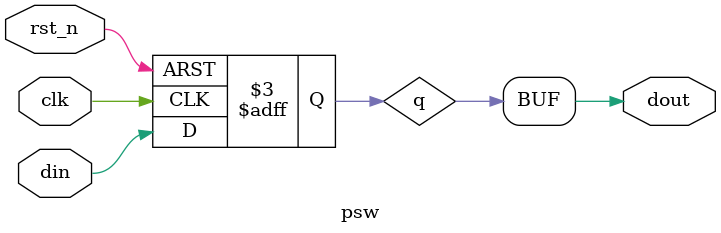
<source format=v>
module psw(
	input clk,
	input rst_n,
	input din,
	output dout
	);
	
	reg q;
	
	always @(posedge clk or negedge rst_n)begin
		if(!rst_n)
			q <= 0;
		else
			q <= din;
	end
	
	assign dout = q;
	
endmodule



</source>
